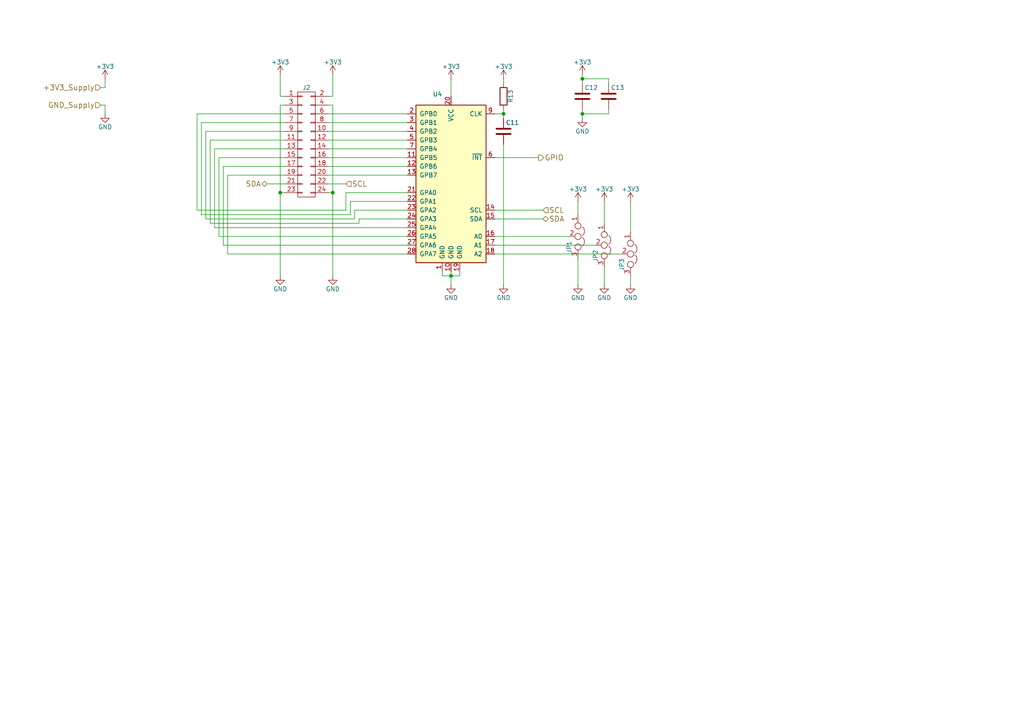
<source format=kicad_sch>
(kicad_sch (version 20211123) (generator eeschema)
  (paper "A4")
  (lib_symbols
    (symbol "BackupServer-rescue:+3.3V-" (power) (pin_names (offset 0))
      (property "Value" "+3.3V-" (at 0 3.556 0))
      (symbol "+3.3V-_0_1"
        (polyline (pts (xy -0.762 1.27) (xy 0 2.54)))
        (polyline (pts (xy 0 0) (xy 0 2.54)))
        (polyline (pts (xy 0 2.54) (xy 0.762 1.27)))
      )
      (symbol "+3.3V-_1_1"
        (pin power_in line (at 0 0 90) (length 0) hide (name "+3V3") (number "1"))
      )
    )
    (symbol "BackupServer-rescue:C-" (pin_numbers hide) (pin_names (offset 0.254))
      (property "Reference" "C" (at 0.635 2.54 0))
      (property "Value" "C-" (at 0.635 -2.54 0))
      (symbol "C-_0_1"
        (polyline (pts (xy -2.032 -0.762) (xy 2.032 -0.762)) (stroke (width 0.508)))
        (polyline (pts (xy -2.032 0.762) (xy 2.032 0.762)) (stroke (width 0.508)))
      )
      (symbol "C-_1_1"
        (pin passive line (at 0 3.81 270) (length 2.794) (name "~") (number "1"))
        (pin passive line (at 0 -3.81 90) (length 2.794) (name "~") (number "2"))
      )
    )
    (symbol "BackupServer-rescue:CONN_02X12-" (pin_names (offset 0.0254) hide)
      (property "Reference" "J" (at 0 16.51 0))
      (property "Value" "CONN_02X12-" (at 0 0 90))
      (symbol "CONN_02X12-_0_1"
        (rectangle (start -2.54 -13.843) (end -1.27 -14.097))
        (rectangle (start -2.54 -11.303) (end -1.27 -11.557))
        (rectangle (start -2.54 -8.763) (end -1.27 -9.017))
        (rectangle (start -2.54 -6.223) (end -1.27 -6.477))
        (rectangle (start -2.54 -3.683) (end -1.27 -3.937))
        (rectangle (start -2.54 -1.143) (end -1.27 -1.397))
        (rectangle (start -2.54 1.397) (end -1.27 1.143))
        (rectangle (start -2.54 3.937) (end -1.27 3.683))
        (rectangle (start -2.54 6.477) (end -1.27 6.223))
        (rectangle (start -2.54 9.017) (end -1.27 8.763))
        (rectangle (start -2.54 11.557) (end -1.27 11.303))
        (rectangle (start -2.54 14.097) (end -1.27 13.843))
        (rectangle (start -2.54 15.24) (end 2.54 -15.24))
        (rectangle (start 1.27 -13.843) (end 2.54 -14.097))
        (rectangle (start 1.27 -11.303) (end 2.54 -11.557))
        (rectangle (start 1.27 -8.763) (end 2.54 -9.017))
        (rectangle (start 1.27 -6.223) (end 2.54 -6.477))
        (rectangle (start 1.27 -3.683) (end 2.54 -3.937))
        (rectangle (start 1.27 -1.143) (end 2.54 -1.397))
        (rectangle (start 1.27 1.397) (end 2.54 1.143))
        (rectangle (start 1.27 3.937) (end 2.54 3.683))
        (rectangle (start 1.27 6.477) (end 2.54 6.223))
        (rectangle (start 1.27 9.017) (end 2.54 8.763))
        (rectangle (start 1.27 11.557) (end 2.54 11.303))
        (rectangle (start 1.27 14.097) (end 2.54 13.843))
      )
      (symbol "CONN_02X12-_1_1"
        (pin passive line (at -6.35 13.97 0) (length 3.81) (name "P1") (number "1"))
        (pin passive line (at 6.35 3.81 180) (length 3.81) (name "P10") (number "10"))
        (pin passive line (at -6.35 1.27 0) (length 3.81) (name "P11") (number "11"))
        (pin passive line (at 6.35 1.27 180) (length 3.81) (name "P12") (number "12"))
        (pin passive line (at -6.35 -1.27 0) (length 3.81) (name "P13") (number "13"))
        (pin passive line (at 6.35 -1.27 180) (length 3.81) (name "P14") (number "14"))
        (pin passive line (at -6.35 -3.81 0) (length 3.81) (name "P15") (number "15"))
        (pin passive line (at 6.35 -3.81 180) (length 3.81) (name "P16") (number "16"))
        (pin passive line (at -6.35 -6.35 0) (length 3.81) (name "P17") (number "17"))
        (pin passive line (at 6.35 -6.35 180) (length 3.81) (name "P18") (number "18"))
        (pin passive line (at -6.35 -8.89 0) (length 3.81) (name "P19") (number "19"))
        (pin passive line (at 6.35 13.97 180) (length 3.81) (name "P2") (number "2"))
        (pin passive line (at 6.35 -8.89 180) (length 3.81) (name "P20") (number "20"))
        (pin passive line (at -6.35 -11.43 0) (length 3.81) (name "P21") (number "21"))
        (pin passive line (at 6.35 -11.43 180) (length 3.81) (name "P22") (number "22"))
        (pin passive line (at -6.35 -13.97 0) (length 3.81) (name "P23") (number "23"))
        (pin passive line (at 6.35 -13.97 180) (length 3.81) (name "P24") (number "24"))
        (pin passive line (at -6.35 11.43 0) (length 3.81) (name "P3") (number "3"))
        (pin passive line (at 6.35 11.43 180) (length 3.81) (name "P4") (number "4"))
        (pin passive line (at -6.35 8.89 0) (length 3.81) (name "P5") (number "5"))
        (pin passive line (at 6.35 8.89 180) (length 3.81) (name "P6") (number "6"))
        (pin passive line (at -6.35 6.35 0) (length 3.81) (name "P7") (number "7"))
        (pin passive line (at 6.35 6.35 180) (length 3.81) (name "P8") (number "8"))
        (pin passive line (at -6.35 3.81 0) (length 3.81) (name "P9") (number "9"))
      )
    )
    (symbol "BackupServer-rescue:GND-" (power) (pin_names (offset 0))
      (property "Value" "GND-" (at 0 -3.81 0))
      (symbol "GND-_0_1"
        (polyline (pts (xy 0 0) (xy 0 -1.27) (xy 1.27 -1.27) (xy 0 -2.54) (xy -1.27 -1.27) (xy 0 -1.27)))
      )
      (symbol "GND-_1_1"
        (pin power_in line (at 0 0 270) (length 0) hide (name "GND") (number "1"))
      )
    )
    (symbol "BackupServer-rescue:Jumper_NC_Dual-" (pin_names (offset 0.762) hide)
      (property "Reference" "JP" (at 1.27 -2.54 0))
      (property "Value" "Jumper_NC_Dual-" (at 0 2.54 0))
      (symbol "Jumper_NC_Dual-_0_1"
        (circle (center -3.048 0) (radius 0.889))
        (arc (start -0.254 1.27) (mid -1.524 1.8804) (end -2.794 1.27))
        (circle (center 0 0) (radius 0.9144))
        (arc (start 2.794 1.27) (mid 1.524 1.8804) (end 0.254 1.27))
        (circle (center 3.048 0) (radius 0.889))
        (pin passive line (at -6.35 0 0) (length 2.413) (name "1") (number "1"))
        (pin passive line (at 0 -2.54 90) (length 1.524) (name "2") (number "2"))
        (pin passive line (at 6.35 0 180) (length 2.413) (name "3") (number "3"))
      )
    )
    (symbol "BackupServer-rescue:MCP23016-" (pin_names (offset 1.016))
      (property "Reference" "U" (at -2.54 26.035 0))
      (property "Value" "MCP23016-" (at -2.54 24.13 0))
      (symbol "MCP23016-_0_1"
        (rectangle (start -10.16 22.86) (end 10.16 -22.86) (stroke (width 0.254)) (fill (type background)))
      )
      (symbol "MCP23016-_1_1"
        (pin power_in line (at -2.54 -25.4 90) (length 2.54) (name "GND") (number "1"))
        (pin power_in line (at 0 -25.4 90) (length 2.54) (name "GND") (number "10"))
        (pin output line (at 12.7 17.78 180) (length 2.54) hide (name "TP") (number "10"))
        (pin bidirectional line (at -12.7 7.62 0) (length 2.54) (name "GPB5") (number "11"))
        (pin bidirectional line (at -12.7 5.08 0) (length 2.54) (name "GPB6") (number "12"))
        (pin bidirectional line (at -12.7 2.54 0) (length 2.54) (name "GPB7") (number "13"))
        (pin input line (at 12.7 -7.62 180) (length 2.54) (name "SCL") (number "14"))
        (pin bidirectional line (at 12.7 -10.16 180) (length 2.54) (name "SDA") (number "15"))
        (pin input line (at 12.7 -15.24 180) (length 2.54) (name "A0") (number "16"))
        (pin input line (at 12.7 -17.78 180) (length 2.54) (name "A1") (number "17"))
        (pin input line (at 12.7 -20.32 180) (length 2.54) (name "A2") (number "18"))
        (pin power_in line (at 2.54 -25.4 90) (length 2.54) (name "GND") (number "19"))
        (pin bidirectional line (at -12.7 20.32 0) (length 2.54) (name "GPB0") (number "2"))
        (pin power_in line (at 0 25.4 270) (length 2.54) (name "VCC") (number "20"))
        (pin bidirectional line (at -12.7 -2.54 0) (length 2.54) (name "GPA0") (number "21"))
        (pin bidirectional line (at -12.7 -5.08 0) (length 2.54) (name "GPA1") (number "22"))
        (pin bidirectional line (at -12.7 -7.62 0) (length 2.54) (name "GPA2") (number "23"))
        (pin bidirectional line (at -12.7 -10.16 0) (length 2.54) (name "GPA3") (number "24"))
        (pin bidirectional line (at -12.7 -12.7 0) (length 2.54) (name "GPA4") (number "25"))
        (pin bidirectional line (at -12.7 -15.24 0) (length 2.54) (name "GPA5") (number "26"))
        (pin bidirectional line (at -12.7 -17.78 0) (length 2.54) (name "GPA6") (number "27"))
        (pin bidirectional line (at -12.7 -20.32 0) (length 2.54) (name "GPA7") (number "28"))
        (pin bidirectional line (at -12.7 17.78 0) (length 2.54) (name "GPB1") (number "3"))
        (pin bidirectional line (at -12.7 15.24 0) (length 2.54) (name "GPB2") (number "4"))
        (pin bidirectional line (at -12.7 12.7 0) (length 2.54) (name "GPB3") (number "5"))
        (pin output line (at 12.7 7.62 180) (length 2.54) (name "~{INT}") (number "6"))
        (pin bidirectional line (at -12.7 10.16 0) (length 2.54) (name "GPB4") (number "7"))
        (pin input line (at 12.7 20.32 180) (length 2.54) (name "CLK") (number "9"))
      )
    )
    (symbol "BackupServer-rescue:R-" (pin_numbers hide) (pin_names (offset 0))
      (property "Reference" "R" (at 2.032 0 90))
      (property "Value" "R-" (at 0 0 90))
      (symbol "R-_0_1"
        (rectangle (start -1.016 -2.54) (end 1.016 2.54) (stroke (width 0.254)))
      )
      (symbol "R-_1_1"
        (pin passive line (at 0 3.81 270) (length 1.27) (name "~") (number "1"))
        (pin passive line (at 0 -3.81 90) (length 1.27) (name "~") (number "2"))
      )
    )
  )
  (junction (at 168.91 22.86))
  (junction (at 81.28 55.88))
  (junction (at 96.52 55.88))
  (junction (at 168.91 33.02))
  (junction (at 130.81 80.01))
  (junction (at 146.05 33.02))
  (wire (pts (xy 60.96 40.64) (xy 82.55 40.64)))
  (wire (pts (xy 118.11 68.58) (xy 63.5 68.58)))
  (wire (pts (xy 95.25 30.48) (xy 96.52 30.48)))
  (wire (pts (xy 143.51 33.02) (xy 146.05 33.02)))
  (wire (pts (xy 118.11 58.42) (xy 101.6 58.42)))
  (wire (pts (xy 118.11 40.64) (xy 95.25 40.64)))
  (wire (pts (xy 118.11 48.26) (xy 95.25 48.26)))
  (wire (pts (xy 168.91 24.13) (xy 168.91 22.86)))
  (wire (pts (xy 81.28 27.94) (xy 82.55 27.94)))
  (wire (pts (xy 176.53 33.02) (xy 168.91 33.02)))
  (wire (pts (xy 66.04 73.66) (xy 66.04 50.8)))
  (wire (pts (xy 168.91 31.75) (xy 168.91 33.02)))
  (wire (pts (xy 143.51 71.12) (xy 172.72 71.12)))
  (wire (pts (xy 118.11 35.56) (xy 95.25 35.56)))
  (wire (pts (xy 128.27 80.01) (xy 128.27 78.74)))
  (wire (pts (xy 143.51 73.66) (xy 180.34 73.66)))
  (wire (pts (xy 118.11 66.04) (xy 62.23 66.04)))
  (wire (pts (xy 118.11 60.96) (xy 102.87 60.96)))
  (wire (pts (xy 167.64 62.23) (xy 167.64 58.42)))
  (wire (pts (xy 175.26 58.42) (xy 175.26 64.77)))
  (wire (pts (xy 100.33 60.96) (xy 57.15 60.96)))
  (wire (pts (xy 102.87 60.96) (xy 102.87 63.5)))
  (wire (pts (xy 62.23 66.04) (xy 62.23 43.18)))
  (wire (pts (xy 30.48 30.48) (xy 30.48 33.02)))
  (wire (pts (xy 62.23 43.18) (xy 82.55 43.18)))
  (wire (pts (xy 175.26 82.55) (xy 175.26 77.47)))
  (wire (pts (xy 102.87 63.5) (xy 59.69 63.5)))
  (wire (pts (xy 96.52 55.88) (xy 96.52 80.01)))
  (wire (pts (xy 167.64 82.55) (xy 167.64 74.93)))
  (wire (pts (xy 118.11 38.1) (xy 95.25 38.1)))
  (wire (pts (xy 146.05 41.91) (xy 146.05 82.55)))
  (wire (pts (xy 60.96 64.77) (xy 60.96 40.64)))
  (wire (pts (xy 81.28 30.48) (xy 81.28 55.88)))
  (wire (pts (xy 128.27 80.01) (xy 130.81 80.01)))
  (wire (pts (xy 157.48 60.96) (xy 143.51 60.96)))
  (wire (pts (xy 57.15 33.02) (xy 82.55 33.02)))
  (wire (pts (xy 81.28 21.59) (xy 81.28 27.94)))
  (wire (pts (xy 59.69 38.1) (xy 82.55 38.1)))
  (wire (pts (xy 165.1 68.58) (xy 143.51 68.58)))
  (wire (pts (xy 81.28 55.88) (xy 81.28 80.01)))
  (wire (pts (xy 182.88 58.42) (xy 182.88 67.31)))
  (wire (pts (xy 82.55 30.48) (xy 81.28 30.48)))
  (wire (pts (xy 146.05 31.75) (xy 146.05 33.02)))
  (wire (pts (xy 58.42 35.56) (xy 82.55 35.56)))
  (wire (pts (xy 29.21 25.4) (xy 30.48 25.4)))
  (wire (pts (xy 168.91 22.86) (xy 168.91 21.59)))
  (wire (pts (xy 96.52 27.94) (xy 96.52 21.59)))
  (wire (pts (xy 146.05 33.02) (xy 146.05 34.29)))
  (wire (pts (xy 118.11 71.12) (xy 64.77 71.12)))
  (wire (pts (xy 118.11 73.66) (xy 66.04 73.66)))
  (wire (pts (xy 146.05 24.13) (xy 146.05 22.86)))
  (wire (pts (xy 118.11 50.8) (xy 95.25 50.8)))
  (wire (pts (xy 64.77 48.26) (xy 82.55 48.26)))
  (wire (pts (xy 66.04 50.8) (xy 82.55 50.8)))
  (wire (pts (xy 118.11 63.5) (xy 104.14 63.5)))
  (wire (pts (xy 101.6 62.23) (xy 58.42 62.23)))
  (wire (pts (xy 133.35 80.01) (xy 133.35 78.74)))
  (wire (pts (xy 95.25 55.88) (xy 96.52 55.88)))
  (wire (pts (xy 176.53 22.86) (xy 176.53 24.13)))
  (wire (pts (xy 130.81 22.86) (xy 130.81 27.94)))
  (wire (pts (xy 63.5 68.58) (xy 63.5 45.72)))
  (wire (pts (xy 77.47 53.34) (xy 82.55 53.34)))
  (wire (pts (xy 176.53 31.75) (xy 176.53 33.02)))
  (wire (pts (xy 157.48 63.5) (xy 143.51 63.5)))
  (wire (pts (xy 58.42 62.23) (xy 58.42 35.56)))
  (wire (pts (xy 168.91 33.02) (xy 168.91 34.29)))
  (wire (pts (xy 104.14 64.77) (xy 60.96 64.77)))
  (wire (pts (xy 63.5 45.72) (xy 82.55 45.72)))
  (wire (pts (xy 101.6 58.42) (xy 101.6 62.23)))
  (wire (pts (xy 104.14 63.5) (xy 104.14 64.77)))
  (wire (pts (xy 64.77 71.12) (xy 64.77 48.26)))
  (wire (pts (xy 29.21 30.48) (xy 30.48 30.48)))
  (wire (pts (xy 30.48 25.4) (xy 30.48 22.86)))
  (wire (pts (xy 100.33 55.88) (xy 118.11 55.88)))
  (wire (pts (xy 82.55 55.88) (xy 81.28 55.88)))
  (wire (pts (xy 168.91 22.86) (xy 176.53 22.86)))
  (wire (pts (xy 143.51 45.72) (xy 156.21 45.72)))
  (wire (pts (xy 182.88 80.01) (xy 182.88 82.55)))
  (wire (pts (xy 95.25 27.94) (xy 96.52 27.94)))
  (wire (pts (xy 130.81 78.74) (xy 130.81 80.01)))
  (wire (pts (xy 57.15 60.96) (xy 57.15 33.02)))
  (wire (pts (xy 118.11 43.18) (xy 95.25 43.18)))
  (wire (pts (xy 59.69 63.5) (xy 59.69 38.1)))
  (wire (pts (xy 130.81 80.01) (xy 133.35 80.01)))
  (wire (pts (xy 100.33 55.88) (xy 100.33 60.96)))
  (wire (pts (xy 95.25 53.34) (xy 100.33 53.34)))
  (wire (pts (xy 130.81 80.01) (xy 130.81 82.55)))
  (wire (pts (xy 118.11 33.02) (xy 95.25 33.02)))
  (wire (pts (xy 118.11 45.72) (xy 95.25 45.72)))
  (wire (pts (xy 96.52 30.48) (xy 96.52 55.88)))
  (hierarchical_label "GPIO" (shape output) (at 156.21 45.72 0) (effects (font (size 1.524 1.524))))
  (hierarchical_label "GND_Supply" (shape input) (at 29.21 30.48 180) (effects (font (size 1.524 1.524))))
  (hierarchical_label "SCL" (shape input) (at 100.33 53.34 0) (effects (font (size 1.524 1.524))))
  (hierarchical_label "+3V3_Supply" (shape input) (at 29.21 25.4 180) (effects (font (size 1.524 1.524))))
  (hierarchical_label "SDA" (shape bidirectional) (at 77.47 53.34 180) (effects (font (size 1.524 1.524))))
  (hierarchical_label "SDA" (shape bidirectional) (at 157.48 63.5 0) (effects (font (size 1.524 1.524))))
  (hierarchical_label "SCL" (shape input) (at 157.48 60.96 0) (effects (font (size 1.524 1.524))))
  (symbol (lib_id "BackupServer-rescue:+3.3V-") (at 30.48 22.86 0) (unit 1)
    (property "Reference" "#PWR050" (effects hide))
  )
  (symbol (lib_id "BackupServer-rescue:GND-") (at 30.48 33.02 0) (unit 1)
    (property "Reference" "#PWR051" (effects hide))
  )
  (symbol (lib_id "BackupServer-rescue:MCP23016-") (at 130.81 53.34 0) (unit 1)
    (property "Reference" "U4" (at 128.27 27.305 0) (effects (justify right)))
    (property "Datasheet" "http://www.microchip.com/mymicrochip/filehandler.aspx?ddocname=en011763" (effects hide))
  )
  (symbol (lib_id "BackupServer-rescue:R-") (at 146.05 27.94 0) (unit 1)
    (property "Reference" "R13" (at 148.082 27.94 90))
  )
  (symbol (lib_id "BackupServer-rescue:C-") (at 146.05 38.1 0) (unit 1)
    (property "Reference" "C11" (at 146.685 35.56 0) (effects (justify left)))
  )
  (symbol (lib_id "BackupServer-rescue:+3.3V-") (at 146.05 22.86 0) (unit 1)
    (property "Reference" "#PWR052" (effects hide))
  )
  (symbol (lib_id "BackupServer-rescue:GND-") (at 130.81 82.55 0) (unit 1)
    (property "Reference" "#PWR053" (effects hide))
  )
  (symbol (lib_id "BackupServer-rescue:GND-") (at 146.05 82.55 0) (unit 1)
    (property "Reference" "#PWR054" (effects hide))
  )
  (symbol (lib_id "BackupServer-rescue:+3.3V-") (at 130.81 22.86 0) (unit 1)
    (property "Reference" "#PWR055" (effects hide))
  )
  (symbol (lib_id "BackupServer-rescue:+3.3V-") (at 96.52 21.59 0) (unit 1)
    (property "Reference" "#PWR056" (effects hide))
  )
  (symbol (lib_id "BackupServer-rescue:+3.3V-") (at 81.28 21.59 0) (unit 1)
    (property "Reference" "#PWR057" (effects hide))
  )
  (symbol (lib_id "BackupServer-rescue:GND-") (at 96.52 80.01 0) (unit 1)
    (property "Reference" "#PWR058" (effects hide))
  )
  (symbol (lib_id "BackupServer-rescue:GND-") (at 81.28 80.01 0) (unit 1)
    (property "Reference" "#PWR059" (effects hide))
  )
  (symbol (lib_id "BackupServer-rescue:CONN_02X12-") (at 88.9 41.91 0) (unit 1)
    (property "Reference" "J2" (at 88.9 25.4 0))
  )
  (symbol (lib_id "BackupServer-rescue:+3.3V-") (at 168.91 21.59 0) (unit 1)
    (property "Reference" "#PWR060" (effects hide))
  )
  (symbol (lib_id "BackupServer-rescue:C-") (at 168.91 27.94 0) (unit 1)
    (property "Reference" "C12" (at 169.545 25.4 0) (effects (justify left)))
  )
  (symbol (lib_id "BackupServer-rescue:C-") (at 176.53 27.94 0) (unit 1)
    (property "Reference" "C13" (at 177.165 25.4 0) (effects (justify left)))
  )
  (symbol (lib_id "BackupServer-rescue:GND-") (at 168.91 34.29 0) (unit 1)
    (property "Reference" "#PWR061" (effects hide))
  )
  (symbol (lib_id "BackupServer-rescue:Jumper_NC_Dual-") (at 167.64 68.58 270) (unit 1)
    (property "Reference" "JP1" (at 165.1 69.85 0) (effects (justify left)))
  )
  (symbol (lib_id "BackupServer-rescue:Jumper_NC_Dual-") (at 175.26 71.12 270) (unit 1)
    (property "Reference" "JP2" (at 172.72 72.39 0) (effects (justify left)))
  )
  (symbol (lib_id "BackupServer-rescue:Jumper_NC_Dual-") (at 182.88 73.66 270) (unit 1)
    (property "Reference" "JP3" (at 180.34 74.93 0) (effects (justify left)))
  )
  (symbol (lib_id "BackupServer-rescue:GND-") (at 167.64 82.55 0) (unit 1)
    (property "Reference" "#PWR062" (effects hide))
  )
  (symbol (lib_id "BackupServer-rescue:GND-") (at 175.26 82.55 0) (unit 1)
    (property "Reference" "#PWR063" (effects hide))
  )
  (symbol (lib_id "BackupServer-rescue:GND-") (at 182.88 82.55 0) (unit 1)
    (property "Reference" "#PWR064" (effects hide))
  )
  (symbol (lib_id "BackupServer-rescue:+3.3V-") (at 167.64 58.42 0) (unit 1)
    (property "Reference" "#PWR065" (effects hide))
  )
  (symbol (lib_id "BackupServer-rescue:+3.3V-") (at 175.26 58.42 0) (unit 1)
    (property "Reference" "#PWR066" (effects hide))
  )
  (symbol (lib_id "BackupServer-rescue:+3.3V-") (at 182.88 58.42 0) (unit 1)
    (property "Reference" "#PWR067" (effects hide))
  )
)
</source>
